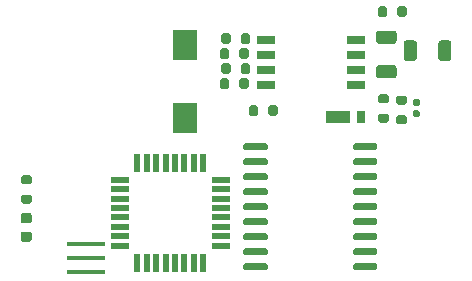
<source format=gbr>
%TF.GenerationSoftware,KiCad,Pcbnew,(5.1.7)-1*%
%TF.CreationDate,2020-10-24T02:10:45+09:00*%
%TF.ProjectId,canboard,63616e62-6f61-4726-942e-6b696361645f,rev?*%
%TF.SameCoordinates,Original*%
%TF.FileFunction,Paste,Top*%
%TF.FilePolarity,Positive*%
%FSLAX46Y46*%
G04 Gerber Fmt 4.6, Leading zero omitted, Abs format (unit mm)*
G04 Created by KiCad (PCBNEW (5.1.7)-1) date 2020-10-24 02:10:45*
%MOMM*%
%LPD*%
G01*
G04 APERTURE LIST*
%ADD10R,2.000000X2.500000*%
%ADD11R,3.200000X0.400000*%
%ADD12R,0.550000X1.600000*%
%ADD13R,1.600000X0.550000*%
%ADD14R,1.600000X0.760000*%
%ADD15R,2.000000X1.100000*%
%ADD16R,0.800000X1.100000*%
G04 APERTURE END LIST*
%TO.C,R9*%
G36*
G01*
X241891000Y-28427000D02*
X241891000Y-28977000D01*
G75*
G02*
X241691000Y-29177000I-200000J0D01*
G01*
X241291000Y-29177000D01*
G75*
G02*
X241091000Y-28977000I0J200000D01*
G01*
X241091000Y-28427000D01*
G75*
G02*
X241291000Y-28227000I200000J0D01*
G01*
X241691000Y-28227000D01*
G75*
G02*
X241891000Y-28427000I0J-200000D01*
G01*
G37*
G36*
G01*
X243541000Y-28427000D02*
X243541000Y-28977000D01*
G75*
G02*
X243341000Y-29177000I-200000J0D01*
G01*
X242941000Y-29177000D01*
G75*
G02*
X242741000Y-28977000I0J200000D01*
G01*
X242741000Y-28427000D01*
G75*
G02*
X242941000Y-28227000I200000J0D01*
G01*
X243341000Y-28227000D01*
G75*
G02*
X243541000Y-28427000I0J-200000D01*
G01*
G37*
%TD*%
D10*
%TO.C,SW1*%
X224790000Y-37656000D03*
X224790000Y-31496000D03*
%TD*%
D11*
%TO.C,Y1*%
X216408000Y-48330000D03*
X216408000Y-49530000D03*
X216408000Y-50730000D03*
%TD*%
%TO.C,U4*%
G36*
G01*
X231755000Y-50142000D02*
X231755000Y-50442000D01*
G75*
G02*
X231605000Y-50592000I-150000J0D01*
G01*
X229855000Y-50592000D01*
G75*
G02*
X229705000Y-50442000I0J150000D01*
G01*
X229705000Y-50142000D01*
G75*
G02*
X229855000Y-49992000I150000J0D01*
G01*
X231605000Y-49992000D01*
G75*
G02*
X231755000Y-50142000I0J-150000D01*
G01*
G37*
G36*
G01*
X231755000Y-48872000D02*
X231755000Y-49172000D01*
G75*
G02*
X231605000Y-49322000I-150000J0D01*
G01*
X229855000Y-49322000D01*
G75*
G02*
X229705000Y-49172000I0J150000D01*
G01*
X229705000Y-48872000D01*
G75*
G02*
X229855000Y-48722000I150000J0D01*
G01*
X231605000Y-48722000D01*
G75*
G02*
X231755000Y-48872000I0J-150000D01*
G01*
G37*
G36*
G01*
X231755000Y-47602000D02*
X231755000Y-47902000D01*
G75*
G02*
X231605000Y-48052000I-150000J0D01*
G01*
X229855000Y-48052000D01*
G75*
G02*
X229705000Y-47902000I0J150000D01*
G01*
X229705000Y-47602000D01*
G75*
G02*
X229855000Y-47452000I150000J0D01*
G01*
X231605000Y-47452000D01*
G75*
G02*
X231755000Y-47602000I0J-150000D01*
G01*
G37*
G36*
G01*
X231755000Y-46332000D02*
X231755000Y-46632000D01*
G75*
G02*
X231605000Y-46782000I-150000J0D01*
G01*
X229855000Y-46782000D01*
G75*
G02*
X229705000Y-46632000I0J150000D01*
G01*
X229705000Y-46332000D01*
G75*
G02*
X229855000Y-46182000I150000J0D01*
G01*
X231605000Y-46182000D01*
G75*
G02*
X231755000Y-46332000I0J-150000D01*
G01*
G37*
G36*
G01*
X231755000Y-45062000D02*
X231755000Y-45362000D01*
G75*
G02*
X231605000Y-45512000I-150000J0D01*
G01*
X229855000Y-45512000D01*
G75*
G02*
X229705000Y-45362000I0J150000D01*
G01*
X229705000Y-45062000D01*
G75*
G02*
X229855000Y-44912000I150000J0D01*
G01*
X231605000Y-44912000D01*
G75*
G02*
X231755000Y-45062000I0J-150000D01*
G01*
G37*
G36*
G01*
X231755000Y-43792000D02*
X231755000Y-44092000D01*
G75*
G02*
X231605000Y-44242000I-150000J0D01*
G01*
X229855000Y-44242000D01*
G75*
G02*
X229705000Y-44092000I0J150000D01*
G01*
X229705000Y-43792000D01*
G75*
G02*
X229855000Y-43642000I150000J0D01*
G01*
X231605000Y-43642000D01*
G75*
G02*
X231755000Y-43792000I0J-150000D01*
G01*
G37*
G36*
G01*
X231755000Y-42522000D02*
X231755000Y-42822000D01*
G75*
G02*
X231605000Y-42972000I-150000J0D01*
G01*
X229855000Y-42972000D01*
G75*
G02*
X229705000Y-42822000I0J150000D01*
G01*
X229705000Y-42522000D01*
G75*
G02*
X229855000Y-42372000I150000J0D01*
G01*
X231605000Y-42372000D01*
G75*
G02*
X231755000Y-42522000I0J-150000D01*
G01*
G37*
G36*
G01*
X231755000Y-41252000D02*
X231755000Y-41552000D01*
G75*
G02*
X231605000Y-41702000I-150000J0D01*
G01*
X229855000Y-41702000D01*
G75*
G02*
X229705000Y-41552000I0J150000D01*
G01*
X229705000Y-41252000D01*
G75*
G02*
X229855000Y-41102000I150000J0D01*
G01*
X231605000Y-41102000D01*
G75*
G02*
X231755000Y-41252000I0J-150000D01*
G01*
G37*
G36*
G01*
X231755000Y-39982000D02*
X231755000Y-40282000D01*
G75*
G02*
X231605000Y-40432000I-150000J0D01*
G01*
X229855000Y-40432000D01*
G75*
G02*
X229705000Y-40282000I0J150000D01*
G01*
X229705000Y-39982000D01*
G75*
G02*
X229855000Y-39832000I150000J0D01*
G01*
X231605000Y-39832000D01*
G75*
G02*
X231755000Y-39982000I0J-150000D01*
G01*
G37*
G36*
G01*
X241055000Y-39982000D02*
X241055000Y-40282000D01*
G75*
G02*
X240905000Y-40432000I-150000J0D01*
G01*
X239155000Y-40432000D01*
G75*
G02*
X239005000Y-40282000I0J150000D01*
G01*
X239005000Y-39982000D01*
G75*
G02*
X239155000Y-39832000I150000J0D01*
G01*
X240905000Y-39832000D01*
G75*
G02*
X241055000Y-39982000I0J-150000D01*
G01*
G37*
G36*
G01*
X241055000Y-41252000D02*
X241055000Y-41552000D01*
G75*
G02*
X240905000Y-41702000I-150000J0D01*
G01*
X239155000Y-41702000D01*
G75*
G02*
X239005000Y-41552000I0J150000D01*
G01*
X239005000Y-41252000D01*
G75*
G02*
X239155000Y-41102000I150000J0D01*
G01*
X240905000Y-41102000D01*
G75*
G02*
X241055000Y-41252000I0J-150000D01*
G01*
G37*
G36*
G01*
X241055000Y-42522000D02*
X241055000Y-42822000D01*
G75*
G02*
X240905000Y-42972000I-150000J0D01*
G01*
X239155000Y-42972000D01*
G75*
G02*
X239005000Y-42822000I0J150000D01*
G01*
X239005000Y-42522000D01*
G75*
G02*
X239155000Y-42372000I150000J0D01*
G01*
X240905000Y-42372000D01*
G75*
G02*
X241055000Y-42522000I0J-150000D01*
G01*
G37*
G36*
G01*
X241055000Y-43792000D02*
X241055000Y-44092000D01*
G75*
G02*
X240905000Y-44242000I-150000J0D01*
G01*
X239155000Y-44242000D01*
G75*
G02*
X239005000Y-44092000I0J150000D01*
G01*
X239005000Y-43792000D01*
G75*
G02*
X239155000Y-43642000I150000J0D01*
G01*
X240905000Y-43642000D01*
G75*
G02*
X241055000Y-43792000I0J-150000D01*
G01*
G37*
G36*
G01*
X241055000Y-45062000D02*
X241055000Y-45362000D01*
G75*
G02*
X240905000Y-45512000I-150000J0D01*
G01*
X239155000Y-45512000D01*
G75*
G02*
X239005000Y-45362000I0J150000D01*
G01*
X239005000Y-45062000D01*
G75*
G02*
X239155000Y-44912000I150000J0D01*
G01*
X240905000Y-44912000D01*
G75*
G02*
X241055000Y-45062000I0J-150000D01*
G01*
G37*
G36*
G01*
X241055000Y-46332000D02*
X241055000Y-46632000D01*
G75*
G02*
X240905000Y-46782000I-150000J0D01*
G01*
X239155000Y-46782000D01*
G75*
G02*
X239005000Y-46632000I0J150000D01*
G01*
X239005000Y-46332000D01*
G75*
G02*
X239155000Y-46182000I150000J0D01*
G01*
X240905000Y-46182000D01*
G75*
G02*
X241055000Y-46332000I0J-150000D01*
G01*
G37*
G36*
G01*
X241055000Y-47602000D02*
X241055000Y-47902000D01*
G75*
G02*
X240905000Y-48052000I-150000J0D01*
G01*
X239155000Y-48052000D01*
G75*
G02*
X239005000Y-47902000I0J150000D01*
G01*
X239005000Y-47602000D01*
G75*
G02*
X239155000Y-47452000I150000J0D01*
G01*
X240905000Y-47452000D01*
G75*
G02*
X241055000Y-47602000I0J-150000D01*
G01*
G37*
G36*
G01*
X241055000Y-48872000D02*
X241055000Y-49172000D01*
G75*
G02*
X240905000Y-49322000I-150000J0D01*
G01*
X239155000Y-49322000D01*
G75*
G02*
X239005000Y-49172000I0J150000D01*
G01*
X239005000Y-48872000D01*
G75*
G02*
X239155000Y-48722000I150000J0D01*
G01*
X240905000Y-48722000D01*
G75*
G02*
X241055000Y-48872000I0J-150000D01*
G01*
G37*
G36*
G01*
X241055000Y-50142000D02*
X241055000Y-50442000D01*
G75*
G02*
X240905000Y-50592000I-150000J0D01*
G01*
X239155000Y-50592000D01*
G75*
G02*
X239005000Y-50442000I0J150000D01*
G01*
X239005000Y-50142000D01*
G75*
G02*
X239155000Y-49992000I150000J0D01*
G01*
X240905000Y-49992000D01*
G75*
G02*
X241055000Y-50142000I0J-150000D01*
G01*
G37*
%TD*%
D12*
%TO.C,U1*%
X220720000Y-41470000D03*
X221520000Y-41470000D03*
X222320000Y-41470000D03*
X223120000Y-41470000D03*
X223920000Y-41470000D03*
X224720000Y-41470000D03*
X225520000Y-41470000D03*
X226320000Y-41470000D03*
D13*
X227770000Y-42920000D03*
X227770000Y-43720000D03*
X227770000Y-44520000D03*
X227770000Y-45320000D03*
X227770000Y-46120000D03*
X227770000Y-46920000D03*
X227770000Y-47720000D03*
X227770000Y-48520000D03*
D12*
X226320000Y-49970000D03*
X225520000Y-49970000D03*
X224720000Y-49970000D03*
X223920000Y-49970000D03*
X223120000Y-49970000D03*
X222320000Y-49970000D03*
X221520000Y-49970000D03*
X220720000Y-49970000D03*
D13*
X219270000Y-48520000D03*
X219270000Y-47720000D03*
X219270000Y-46920000D03*
X219270000Y-46120000D03*
X219270000Y-45320000D03*
X219270000Y-44520000D03*
X219270000Y-43720000D03*
X219270000Y-42920000D03*
%TD*%
D14*
%TO.C,SW2*%
X239268000Y-31115000D03*
X231648000Y-34925000D03*
X239268000Y-32385000D03*
X231648000Y-33655000D03*
X239268000Y-33655000D03*
X231648000Y-32385000D03*
X239268000Y-34925000D03*
X231648000Y-31115000D03*
%TD*%
%TO.C,R18*%
G36*
G01*
X241829000Y-36468000D02*
X241279000Y-36468000D01*
G75*
G02*
X241079000Y-36268000I0J200000D01*
G01*
X241079000Y-35868000D01*
G75*
G02*
X241279000Y-35668000I200000J0D01*
G01*
X241829000Y-35668000D01*
G75*
G02*
X242029000Y-35868000I0J-200000D01*
G01*
X242029000Y-36268000D01*
G75*
G02*
X241829000Y-36468000I-200000J0D01*
G01*
G37*
G36*
G01*
X241829000Y-38118000D02*
X241279000Y-38118000D01*
G75*
G02*
X241079000Y-37918000I0J200000D01*
G01*
X241079000Y-37518000D01*
G75*
G02*
X241279000Y-37318000I200000J0D01*
G01*
X241829000Y-37318000D01*
G75*
G02*
X242029000Y-37518000I0J-200000D01*
G01*
X242029000Y-37918000D01*
G75*
G02*
X241829000Y-38118000I-200000J0D01*
G01*
G37*
%TD*%
%TO.C,R16*%
G36*
G01*
X242803000Y-37446000D02*
X243353000Y-37446000D01*
G75*
G02*
X243553000Y-37646000I0J-200000D01*
G01*
X243553000Y-38046000D01*
G75*
G02*
X243353000Y-38246000I-200000J0D01*
G01*
X242803000Y-38246000D01*
G75*
G02*
X242603000Y-38046000I0J200000D01*
G01*
X242603000Y-37646000D01*
G75*
G02*
X242803000Y-37446000I200000J0D01*
G01*
G37*
G36*
G01*
X242803000Y-35796000D02*
X243353000Y-35796000D01*
G75*
G02*
X243553000Y-35996000I0J-200000D01*
G01*
X243553000Y-36396000D01*
G75*
G02*
X243353000Y-36596000I-200000J0D01*
G01*
X242803000Y-36596000D01*
G75*
G02*
X242603000Y-36396000I0J200000D01*
G01*
X242603000Y-35996000D01*
G75*
G02*
X242803000Y-35796000I200000J0D01*
G01*
G37*
%TD*%
%TO.C,R15*%
G36*
G01*
X229342000Y-35073000D02*
X229342000Y-34523000D01*
G75*
G02*
X229542000Y-34323000I200000J0D01*
G01*
X229942000Y-34323000D01*
G75*
G02*
X230142000Y-34523000I0J-200000D01*
G01*
X230142000Y-35073000D01*
G75*
G02*
X229942000Y-35273000I-200000J0D01*
G01*
X229542000Y-35273000D01*
G75*
G02*
X229342000Y-35073000I0J200000D01*
G01*
G37*
G36*
G01*
X227692000Y-35073000D02*
X227692000Y-34523000D01*
G75*
G02*
X227892000Y-34323000I200000J0D01*
G01*
X228292000Y-34323000D01*
G75*
G02*
X228492000Y-34523000I0J-200000D01*
G01*
X228492000Y-35073000D01*
G75*
G02*
X228292000Y-35273000I-200000J0D01*
G01*
X227892000Y-35273000D01*
G75*
G02*
X227692000Y-35073000I0J200000D01*
G01*
G37*
%TD*%
%TO.C,R14*%
G36*
G01*
X229470000Y-33803000D02*
X229470000Y-33253000D01*
G75*
G02*
X229670000Y-33053000I200000J0D01*
G01*
X230070000Y-33053000D01*
G75*
G02*
X230270000Y-33253000I0J-200000D01*
G01*
X230270000Y-33803000D01*
G75*
G02*
X230070000Y-34003000I-200000J0D01*
G01*
X229670000Y-34003000D01*
G75*
G02*
X229470000Y-33803000I0J200000D01*
G01*
G37*
G36*
G01*
X227820000Y-33803000D02*
X227820000Y-33253000D01*
G75*
G02*
X228020000Y-33053000I200000J0D01*
G01*
X228420000Y-33053000D01*
G75*
G02*
X228620000Y-33253000I0J-200000D01*
G01*
X228620000Y-33803000D01*
G75*
G02*
X228420000Y-34003000I-200000J0D01*
G01*
X228020000Y-34003000D01*
G75*
G02*
X227820000Y-33803000I0J200000D01*
G01*
G37*
%TD*%
%TO.C,R13*%
G36*
G01*
X229342000Y-32533000D02*
X229342000Y-31983000D01*
G75*
G02*
X229542000Y-31783000I200000J0D01*
G01*
X229942000Y-31783000D01*
G75*
G02*
X230142000Y-31983000I0J-200000D01*
G01*
X230142000Y-32533000D01*
G75*
G02*
X229942000Y-32733000I-200000J0D01*
G01*
X229542000Y-32733000D01*
G75*
G02*
X229342000Y-32533000I0J200000D01*
G01*
G37*
G36*
G01*
X227692000Y-32533000D02*
X227692000Y-31983000D01*
G75*
G02*
X227892000Y-31783000I200000J0D01*
G01*
X228292000Y-31783000D01*
G75*
G02*
X228492000Y-31983000I0J-200000D01*
G01*
X228492000Y-32533000D01*
G75*
G02*
X228292000Y-32733000I-200000J0D01*
G01*
X227892000Y-32733000D01*
G75*
G02*
X227692000Y-32533000I0J200000D01*
G01*
G37*
%TD*%
%TO.C,R12*%
G36*
G01*
X229470000Y-31263000D02*
X229470000Y-30713000D01*
G75*
G02*
X229670000Y-30513000I200000J0D01*
G01*
X230070000Y-30513000D01*
G75*
G02*
X230270000Y-30713000I0J-200000D01*
G01*
X230270000Y-31263000D01*
G75*
G02*
X230070000Y-31463000I-200000J0D01*
G01*
X229670000Y-31463000D01*
G75*
G02*
X229470000Y-31263000I0J200000D01*
G01*
G37*
G36*
G01*
X227820000Y-31263000D02*
X227820000Y-30713000D01*
G75*
G02*
X228020000Y-30513000I200000J0D01*
G01*
X228420000Y-30513000D01*
G75*
G02*
X228620000Y-30713000I0J-200000D01*
G01*
X228620000Y-31263000D01*
G75*
G02*
X228420000Y-31463000I-200000J0D01*
G01*
X228020000Y-31463000D01*
G75*
G02*
X227820000Y-31263000I0J200000D01*
G01*
G37*
%TD*%
%TO.C,R10*%
G36*
G01*
X243277500Y-32629001D02*
X243277500Y-31378999D01*
G75*
G02*
X243527499Y-31129000I249999J0D01*
G01*
X244152501Y-31129000D01*
G75*
G02*
X244402500Y-31378999I0J-249999D01*
G01*
X244402500Y-32629001D01*
G75*
G02*
X244152501Y-32879000I-249999J0D01*
G01*
X243527499Y-32879000D01*
G75*
G02*
X243277500Y-32629001I0J249999D01*
G01*
G37*
G36*
G01*
X246202500Y-32629001D02*
X246202500Y-31378999D01*
G75*
G02*
X246452499Y-31129000I249999J0D01*
G01*
X247077501Y-31129000D01*
G75*
G02*
X247327500Y-31378999I0J-249999D01*
G01*
X247327500Y-32629001D01*
G75*
G02*
X247077501Y-32879000I-249999J0D01*
G01*
X246452499Y-32879000D01*
G75*
G02*
X246202500Y-32629001I0J249999D01*
G01*
G37*
%TD*%
%TO.C,R8*%
G36*
G01*
X242433001Y-31419500D02*
X241182999Y-31419500D01*
G75*
G02*
X240933000Y-31169501I0J249999D01*
G01*
X240933000Y-30544499D01*
G75*
G02*
X241182999Y-30294500I249999J0D01*
G01*
X242433001Y-30294500D01*
G75*
G02*
X242683000Y-30544499I0J-249999D01*
G01*
X242683000Y-31169501D01*
G75*
G02*
X242433001Y-31419500I-249999J0D01*
G01*
G37*
G36*
G01*
X242433001Y-34344500D02*
X241182999Y-34344500D01*
G75*
G02*
X240933000Y-34094501I0J249999D01*
G01*
X240933000Y-33469499D01*
G75*
G02*
X241182999Y-33219500I249999J0D01*
G01*
X242433001Y-33219500D01*
G75*
G02*
X242683000Y-33469499I0J-249999D01*
G01*
X242683000Y-34094501D01*
G75*
G02*
X242433001Y-34344500I-249999J0D01*
G01*
G37*
%TD*%
%TO.C,R2*%
G36*
G01*
X211053000Y-44176000D02*
X211603000Y-44176000D01*
G75*
G02*
X211803000Y-44376000I0J-200000D01*
G01*
X211803000Y-44776000D01*
G75*
G02*
X211603000Y-44976000I-200000J0D01*
G01*
X211053000Y-44976000D01*
G75*
G02*
X210853000Y-44776000I0J200000D01*
G01*
X210853000Y-44376000D01*
G75*
G02*
X211053000Y-44176000I200000J0D01*
G01*
G37*
G36*
G01*
X211053000Y-42526000D02*
X211603000Y-42526000D01*
G75*
G02*
X211803000Y-42726000I0J-200000D01*
G01*
X211803000Y-43126000D01*
G75*
G02*
X211603000Y-43326000I-200000J0D01*
G01*
X211053000Y-43326000D01*
G75*
G02*
X210853000Y-43126000I0J200000D01*
G01*
X210853000Y-42726000D01*
G75*
G02*
X211053000Y-42526000I200000J0D01*
G01*
G37*
%TD*%
%TO.C,R1*%
G36*
G01*
X230969000Y-36809000D02*
X230969000Y-37359000D01*
G75*
G02*
X230769000Y-37559000I-200000J0D01*
G01*
X230369000Y-37559000D01*
G75*
G02*
X230169000Y-37359000I0J200000D01*
G01*
X230169000Y-36809000D01*
G75*
G02*
X230369000Y-36609000I200000J0D01*
G01*
X230769000Y-36609000D01*
G75*
G02*
X230969000Y-36809000I0J-200000D01*
G01*
G37*
G36*
G01*
X232619000Y-36809000D02*
X232619000Y-37359000D01*
G75*
G02*
X232419000Y-37559000I-200000J0D01*
G01*
X232019000Y-37559000D01*
G75*
G02*
X231819000Y-37359000I0J200000D01*
G01*
X231819000Y-36809000D01*
G75*
G02*
X232019000Y-36609000I200000J0D01*
G01*
X232419000Y-36609000D01*
G75*
G02*
X232619000Y-36809000I0J-200000D01*
G01*
G37*
%TD*%
D15*
%TO.C,D3*%
X237744000Y-37592000D03*
D16*
X239644000Y-37592000D03*
%TD*%
%TO.C,D1*%
G36*
G01*
X211584250Y-46614500D02*
X211071750Y-46614500D01*
G75*
G02*
X210853000Y-46395750I0J218750D01*
G01*
X210853000Y-45958250D01*
G75*
G02*
X211071750Y-45739500I218750J0D01*
G01*
X211584250Y-45739500D01*
G75*
G02*
X211803000Y-45958250I0J-218750D01*
G01*
X211803000Y-46395750D01*
G75*
G02*
X211584250Y-46614500I-218750J0D01*
G01*
G37*
G36*
G01*
X211584250Y-48189500D02*
X211071750Y-48189500D01*
G75*
G02*
X210853000Y-47970750I0J218750D01*
G01*
X210853000Y-47533250D01*
G75*
G02*
X211071750Y-47314500I218750J0D01*
G01*
X211584250Y-47314500D01*
G75*
G02*
X211803000Y-47533250I0J-218750D01*
G01*
X211803000Y-47970750D01*
G75*
G02*
X211584250Y-48189500I-218750J0D01*
G01*
G37*
%TD*%
%TO.C,C7*%
G36*
G01*
X244178000Y-37058000D02*
X244518000Y-37058000D01*
G75*
G02*
X244658000Y-37198000I0J-140000D01*
G01*
X244658000Y-37478000D01*
G75*
G02*
X244518000Y-37618000I-140000J0D01*
G01*
X244178000Y-37618000D01*
G75*
G02*
X244038000Y-37478000I0J140000D01*
G01*
X244038000Y-37198000D01*
G75*
G02*
X244178000Y-37058000I140000J0D01*
G01*
G37*
G36*
G01*
X244178000Y-36098000D02*
X244518000Y-36098000D01*
G75*
G02*
X244658000Y-36238000I0J-140000D01*
G01*
X244658000Y-36518000D01*
G75*
G02*
X244518000Y-36658000I-140000J0D01*
G01*
X244178000Y-36658000D01*
G75*
G02*
X244038000Y-36518000I0J140000D01*
G01*
X244038000Y-36238000D01*
G75*
G02*
X244178000Y-36098000I140000J0D01*
G01*
G37*
%TD*%
M02*

</source>
